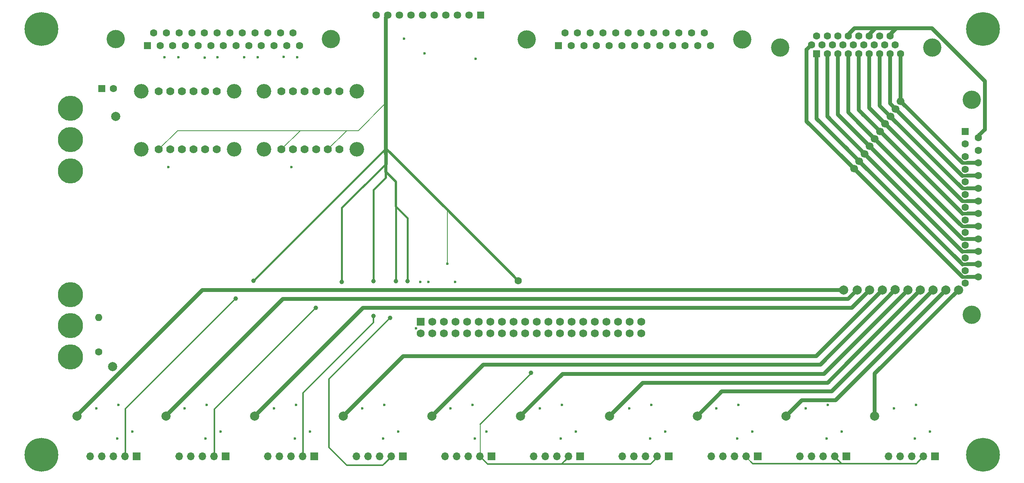
<source format=gbr>
%TF.GenerationSoftware,KiCad,Pcbnew,8.0.7*%
%TF.CreationDate,2025-03-17T18:41:30-07:00*%
%TF.ProjectId,launchController_noTemp,6c61756e-6368-4436-9f6e-74726f6c6c65,rev?*%
%TF.SameCoordinates,Original*%
%TF.FileFunction,Copper,L4,Bot*%
%TF.FilePolarity,Positive*%
%FSLAX46Y46*%
G04 Gerber Fmt 4.6, Leading zero omitted, Abs format (unit mm)*
G04 Created by KiCad (PCBNEW 8.0.7) date 2025-03-17 18:41:30*
%MOMM*%
%LPD*%
G01*
G04 APERTURE LIST*
%TA.AperFunction,ComponentPad*%
%ADD10R,1.700000X1.700000*%
%TD*%
%TA.AperFunction,ComponentPad*%
%ADD11O,1.700000X1.700000*%
%TD*%
%TA.AperFunction,ComponentPad*%
%ADD12C,5.500000*%
%TD*%
%TA.AperFunction,ComponentPad*%
%ADD13C,1.600000*%
%TD*%
%TA.AperFunction,ComponentPad*%
%ADD14O,1.600000X1.600000*%
%TD*%
%TA.AperFunction,ComponentPad*%
%ADD15C,7.400000*%
%TD*%
%TA.AperFunction,ComponentPad*%
%ADD16C,4.000000*%
%TD*%
%TA.AperFunction,ComponentPad*%
%ADD17R,1.600000X1.600000*%
%TD*%
%TA.AperFunction,ComponentPad*%
%ADD18R,1.635000X1.635000*%
%TD*%
%TA.AperFunction,ComponentPad*%
%ADD19C,1.635000*%
%TD*%
%TA.AperFunction,ComponentPad*%
%ADD20C,1.778000*%
%TD*%
%TA.AperFunction,ComponentPad*%
%ADD21C,3.200000*%
%TD*%
%TA.AperFunction,ComponentPad*%
%ADD22R,1.750000X1.750000*%
%TD*%
%TA.AperFunction,ComponentPad*%
%ADD23C,1.750000*%
%TD*%
%TA.AperFunction,ViaPad*%
%ADD24C,0.600000*%
%TD*%
%TA.AperFunction,ViaPad*%
%ADD25C,2.000000*%
%TD*%
%TA.AperFunction,ViaPad*%
%ADD26C,1.000000*%
%TD*%
%TA.AperFunction,ViaPad*%
%ADD27C,1.600000*%
%TD*%
%TA.AperFunction,ViaPad*%
%ADD28C,1.700000*%
%TD*%
%TA.AperFunction,Conductor*%
%ADD29C,0.800000*%
%TD*%
%TA.AperFunction,Conductor*%
%ADD30C,0.300000*%
%TD*%
%TA.AperFunction,Conductor*%
%ADD31C,0.850000*%
%TD*%
%TA.AperFunction,Conductor*%
%ADD32C,0.400000*%
%TD*%
%TA.AperFunction,Conductor*%
%ADD33C,0.500000*%
%TD*%
%TA.AperFunction,Conductor*%
%ADD34C,0.200000*%
%TD*%
%TA.AperFunction,Conductor*%
%ADD35C,0.600000*%
%TD*%
%TA.AperFunction,Conductor*%
%ADD36C,0.700000*%
%TD*%
%TA.AperFunction,Conductor*%
%ADD37C,0.760000*%
%TD*%
G04 APERTURE END LIST*
D10*
%TO.P,J2,1,Pin_1*%
%TO.N,/+24V_switched*%
X143281753Y-182500000D03*
D11*
%TO.P,J2,2,Pin_2*%
%TO.N,/+5V*%
X140741753Y-182500000D03*
%TO.P,J2,3,Pin_3*%
%TO.N,/GPIO 17*%
X138201753Y-182500000D03*
%TO.P,J2,4,Pin_4*%
%TO.N,GND*%
X135661753Y-182500000D03*
%TO.P,J2,5,Pin_5*%
%TO.N,/RelayOut2*%
X133121753Y-182500000D03*
%TD*%
D10*
%TO.P,J8,1,Pin_1*%
%TO.N,/+24V_switched*%
X259692271Y-182500000D03*
D11*
%TO.P,J8,2,Pin_2*%
%TO.N,/+5V*%
X257152271Y-182500000D03*
%TO.P,J8,3,Pin_3*%
%TO.N,/GPIO 5*%
X254612271Y-182500000D03*
%TO.P,J8,4,Pin_4*%
%TO.N,GND*%
X252072271Y-182500000D03*
%TO.P,J8,5,Pin_5*%
%TO.N,/RelayOut8*%
X249532271Y-182500000D03*
%TD*%
D12*
%TO.P,POWER1,1,Pin_1*%
%TO.N,/+24V*%
X109365000Y-106260000D03*
%TO.P,POWER1,2,Pin_2*%
%TO.N,GND*%
X109365000Y-113110000D03*
%TO.P,POWER1,3,Pin_3*%
X109365000Y-119960000D03*
%TD*%
D13*
%TO.P,C15,1*%
%TO.N,/+24V_switched*%
X115540000Y-159610000D03*
D14*
%TO.P,C15,2*%
%TO.N,GND*%
X115540000Y-152110000D03*
%TD*%
D10*
%TO.P,J6,1,Pin_1*%
%TO.N,/+24V_switched*%
X220888765Y-182500000D03*
D11*
%TO.P,J6,2,Pin_2*%
%TO.N,/+5V*%
X218348765Y-182500000D03*
%TO.P,J6,3,Pin_3*%
%TO.N,/GPIO 9*%
X215808765Y-182500000D03*
%TO.P,J6,4,Pin_4*%
%TO.N,GND*%
X213268765Y-182500000D03*
%TO.P,J6,5,Pin_5*%
%TO.N,/RelayOut6*%
X210728765Y-182500000D03*
%TD*%
D15*
%TO.P,H1,1,1*%
%TO.N,GND*%
X308990000Y-88910000D03*
%TD*%
D12*
%TO.P,RELAY_ARM1,1,Pin_1*%
%TO.N,/+24V*%
X109365000Y-147060000D03*
%TO.P,RELAY_ARM1,2,Pin_2*%
%TO.N,GND*%
X109365000Y-153910000D03*
%TO.P,RELAY_ARM1,3,Pin_3*%
%TO.N,/+24V_switched*%
X109365000Y-160760000D03*
%TD*%
D16*
%TO.P,J13,0*%
%TO.N,N/C*%
X297915000Y-92960000D03*
X264615000Y-92960000D03*
D17*
%TO.P,J13,1,Pin_1*%
%TO.N,/guarded_RelayOut9*%
X272640000Y-94380000D03*
D13*
%TO.P,J13,2,Pin_2*%
%TO.N,/guarded_RelayOut8*%
X274930000Y-94380000D03*
%TO.P,J13,3,Pin_3*%
%TO.N,/guarded_RelayOut7*%
X277220000Y-94380000D03*
%TO.P,J13,4,Pin_4*%
%TO.N,/guarded_RelayOut6*%
X279510000Y-94380000D03*
%TO.P,J13,5,Pin_5*%
%TO.N,/guarded_RelayOut5*%
X281800000Y-94380000D03*
%TO.P,J13,6,Pin_6*%
%TO.N,/guarded_RelayOut4*%
X284090000Y-94380000D03*
%TO.P,J13,7,Pin_7*%
%TO.N,/guarded_RelayOut3*%
X286380000Y-94380000D03*
%TO.P,J13,8,Pin_8*%
%TO.N,/guarded_RelayOut2*%
X288670000Y-94380000D03*
%TO.P,J13,9,Pin_9*%
%TO.N,/guarded_RelayOut1*%
X290960000Y-94380000D03*
%TO.P,J13,10,Pin_10*%
%TO.N,/guarded_RelayOut10*%
X271495000Y-92400000D03*
%TO.P,J13,11,Pin_11*%
%TO.N,GND*%
X273785000Y-92400000D03*
%TO.P,J13,12,Pin_12*%
X276075000Y-92400000D03*
%TO.P,J13,13,Pin_13*%
X278365000Y-92400000D03*
%TO.P,J13,14,Pin_14*%
X280655000Y-92400000D03*
%TO.P,J13,15,Pin_15*%
X282945000Y-92400000D03*
%TO.P,J13,16,Pin_16*%
X285235000Y-92400000D03*
%TO.P,J13,17,Pin_17*%
X287525000Y-92400000D03*
%TO.P,J13,18,Pin_18*%
X289815000Y-92400000D03*
%TO.P,J13,19,Pin_19*%
X272640000Y-90420000D03*
%TO.P,J13,20,Pin_20*%
X274930000Y-90420000D03*
%TO.P,J13,21,Pin_21*%
%TO.N,/PressureSwitch_in3*%
X277220000Y-90420000D03*
%TO.P,J13,22,Pin_22*%
%TO.N,/+24V_guarded*%
X279510000Y-90420000D03*
%TO.P,J13,23,Pin_23*%
%TO.N,/PressureSwitch_in2*%
X281800000Y-90420000D03*
%TO.P,J13,24,Pin_24*%
%TO.N,/+24V_guarded*%
X284090000Y-90420000D03*
%TO.P,J13,25,Pin_25*%
%TO.N,/PressureSwitch_in1*%
X286380000Y-90420000D03*
%TO.P,J13,26,Pin_26*%
%TO.N,/+24V_guarded*%
X288670000Y-90420000D03*
%TD*%
D10*
%TO.P,J5,1,Pin_1*%
%TO.N,/+24V_switched*%
X201487012Y-182500000D03*
D11*
%TO.P,J5,2,Pin_2*%
%TO.N,/+5V*%
X198947012Y-182500000D03*
%TO.P,J5,3,Pin_3*%
%TO.N,/GPIO 10*%
X196407012Y-182500000D03*
%TO.P,J5,4,Pin_4*%
%TO.N,GND*%
X193867012Y-182500000D03*
%TO.P,J5,5,Pin_5*%
%TO.N,/RelayOut5*%
X191327012Y-182500000D03*
%TD*%
D16*
%TO.P,J17,0*%
%TO.N,N/C*%
X166385000Y-91170331D03*
X119285000Y-91170331D03*
D17*
%TO.P,J17,1,1*%
%TO.N,GND*%
X126215000Y-92590331D03*
D13*
%TO.P,J17,2,2*%
%TO.N,/A8*%
X128985000Y-92590331D03*
%TO.P,J17,3,3*%
%TO.N,GND*%
X131755000Y-92590331D03*
%TO.P,J17,4,4*%
%TO.N,/A7*%
X134525000Y-92590331D03*
%TO.P,J17,5,5*%
%TO.N,/A6*%
X137295000Y-92590331D03*
%TO.P,J17,6,6*%
%TO.N,GND*%
X140065000Y-92590331D03*
%TO.P,J17,7,7*%
%TO.N,/A5*%
X142835000Y-92590331D03*
%TO.P,J17,8,8*%
%TO.N,/A4*%
X145605000Y-92590331D03*
%TO.P,J17,9,9*%
%TO.N,GND*%
X148375000Y-92590331D03*
%TO.P,J17,10,10*%
%TO.N,/A3*%
X151145000Y-92590331D03*
%TO.P,J17,11,11*%
%TO.N,/A2*%
X153915000Y-92590331D03*
%TO.P,J17,12,12*%
%TO.N,GND*%
X156685000Y-92590331D03*
%TO.P,J17,13,13*%
%TO.N,/A1*%
X159455000Y-92590331D03*
%TO.P,J17,14,P14*%
%TO.N,GND*%
X127600000Y-89750331D03*
%TO.P,J17,15,P15*%
%TO.N,/+5V*%
X130370000Y-89750331D03*
%TO.P,J17,16,P16*%
X133140000Y-89750331D03*
%TO.P,J17,17,P17*%
%TO.N,GND*%
X135910000Y-89750331D03*
%TO.P,J17,18,P18*%
%TO.N,/+5V*%
X138680000Y-89750331D03*
%TO.P,J17,19,P19*%
X141450000Y-89750331D03*
%TO.P,J17,20,P20*%
%TO.N,GND*%
X144220000Y-89750331D03*
%TO.P,J17,21,P21*%
%TO.N,/+5V*%
X146990000Y-89750331D03*
%TO.P,J17,22,P22*%
X149760000Y-89750331D03*
%TO.P,J17,23,P23*%
%TO.N,GND*%
X152530000Y-89750331D03*
%TO.P,J17,24,P24*%
%TO.N,/+5V*%
X155300000Y-89750331D03*
%TO.P,J17,25,P25*%
X158070000Y-89750331D03*
%TD*%
D18*
%TO.P,J12,1,Pin_1*%
%TO.N,GND*%
X199110000Y-85920000D03*
D19*
%TO.P,J12,2,Pin_2*%
X196570000Y-85920000D03*
%TO.P,J12,3,Pin_3*%
X194030000Y-85920000D03*
%TO.P,J12,4,Pin_4*%
X191490000Y-85920000D03*
%TO.P,J12,5,Pin_5*%
X188950000Y-85920000D03*
%TO.P,J12,6,Pin_6*%
X186410000Y-85920000D03*
%TO.P,J12,7,Pin_7*%
X183870000Y-85920000D03*
%TO.P,J12,8,Pin_8*%
X181330000Y-85920000D03*
%TO.P,J12,9,Pin_9*%
%TO.N,/+5V*%
X178790000Y-85920000D03*
%TO.P,J12,10,Pin_10*%
%TO.N,/+24V*%
X176250000Y-85920000D03*
%TD*%
D17*
%TO.P,C1,1*%
%TO.N,/+24V*%
X116257621Y-101960000D03*
D13*
%TO.P,C1,2*%
%TO.N,GND*%
X118757621Y-101960000D03*
%TD*%
D20*
%TO.P,U2,1,Vin*%
%TO.N,/+5V*%
X128693000Y-115247000D03*
%TO.P,U2,2,GND*%
%TO.N,GND*%
X131233000Y-115247000D03*
%TO.P,U2,3,SCL*%
%TO.N,/SCLB*%
X133773000Y-115247000D03*
%TO.P,U2,4,SDA*%
%TO.N,/SDAB*%
X136313000Y-115247000D03*
%TO.P,U2,5,ADDR*%
%TO.N,GND*%
X138853000Y-115247000D03*
%TO.P,U2,6,ALERT/RDY*%
%TO.N,unconnected-(U2-ALERT{slash}RDY-Pad6)*%
X141393000Y-115247000D03*
%TO.P,U2,7,A+*%
%TO.N,unconnected-(U2-A+-Pad7)*%
X128693000Y-102547000D03*
%TO.P,U2,8,AIN3*%
%TO.N,/A8*%
X131233000Y-102547000D03*
%TO.P,U2,9,AIN2*%
%TO.N,/A7*%
X133773000Y-102547000D03*
%TO.P,U2,10,AIN1*%
%TO.N,/A6*%
X136313000Y-102547000D03*
%TO.P,U2,11,AIN0*%
%TO.N,/A5*%
X138853000Y-102547000D03*
%TO.P,U2,12,A-*%
%TO.N,unconnected-(U2-A--Pad12)*%
X141393000Y-102547000D03*
D21*
%TO.P,U2,P$1*%
%TO.N,N/C*%
X124883000Y-102547000D03*
X124883000Y-115247000D03*
X145203000Y-102547000D03*
X145203000Y-115247000D03*
%TD*%
D15*
%TO.P,H4,1,1*%
%TO.N,GND*%
X102990000Y-182110000D03*
%TD*%
%TO.P,H3,1,1*%
%TO.N,GND*%
X102990000Y-88910000D03*
%TD*%
D10*
%TO.P,J9,1,Pin_1*%
%TO.N,/+24V_switched*%
X279094024Y-182500000D03*
D11*
%TO.P,J9,2,Pin_2*%
%TO.N,/+5V*%
X276554024Y-182500000D03*
%TO.P,J9,3,Pin_3*%
%TO.N,/GPIO 6*%
X274014024Y-182500000D03*
%TO.P,J9,4,Pin_4*%
%TO.N,GND*%
X271474024Y-182500000D03*
%TO.P,J9,5,Pin_5*%
%TO.N,/RelayOut9*%
X268934024Y-182500000D03*
%TD*%
D16*
%TO.P,J16,0*%
%TO.N,N/C*%
X256325000Y-91180000D03*
X209225000Y-91180000D03*
D17*
%TO.P,J16,1,1*%
%TO.N,GND*%
X216155000Y-92600000D03*
D13*
%TO.P,J16,2,2*%
X218925000Y-92600000D03*
%TO.P,J16,3,3*%
X221695000Y-92600000D03*
%TO.P,J16,4,4*%
%TO.N,Net-(J16-Pad4)*%
X224465000Y-92600000D03*
%TO.P,J16,5,5*%
%TO.N,Net-(J16-Pad5)*%
X227235000Y-92600000D03*
%TO.P,J16,6,6*%
%TO.N,Net-(J16-Pad6)*%
X230005000Y-92600000D03*
%TO.P,J16,7,7*%
%TO.N,Net-(J16-Pad7)*%
X232775000Y-92600000D03*
%TO.P,J16,8,8*%
%TO.N,Net-(J16-Pad8)*%
X235545000Y-92600000D03*
%TO.P,J16,9,9*%
%TO.N,Net-(J16-Pad9)*%
X238315000Y-92600000D03*
%TO.P,J16,10,10*%
%TO.N,Net-(J16-Pad10)*%
X241085000Y-92600000D03*
%TO.P,J16,11,11*%
%TO.N,Net-(J16-Pad11)*%
X243855000Y-92600000D03*
%TO.P,J16,12,12*%
%TO.N,Net-(J16-Pad12)*%
X246625000Y-92600000D03*
%TO.P,J16,13,13*%
%TO.N,Net-(J16-Pad13)*%
X249395000Y-92600000D03*
%TO.P,J16,14,P14*%
%TO.N,GND*%
X217540000Y-89760000D03*
%TO.P,J16,15,P15*%
X220310000Y-89760000D03*
%TO.P,J16,16,P16*%
X223080000Y-89760000D03*
%TO.P,J16,17,P17*%
X225850000Y-89760000D03*
%TO.P,J16,18,P18*%
X228620000Y-89760000D03*
%TO.P,J16,19,P19*%
X231390000Y-89760000D03*
%TO.P,J16,20,P20*%
X234160000Y-89760000D03*
%TO.P,J16,21,P21*%
X236930000Y-89760000D03*
%TO.P,J16,22,P22*%
X239700000Y-89760000D03*
%TO.P,J16,23,P23*%
X242470000Y-89760000D03*
%TO.P,J16,24,P24*%
X245240000Y-89760000D03*
%TO.P,J16,25,P25*%
X248010000Y-89760000D03*
%TD*%
D20*
%TO.P,U1,1,Vin*%
%TO.N,/+5V*%
X155540000Y-115260000D03*
%TO.P,U1,2,GND*%
%TO.N,GND*%
X158080000Y-115260000D03*
%TO.P,U1,3,SCL*%
%TO.N,/SCLB*%
X160620000Y-115260000D03*
%TO.P,U1,4,SDA*%
%TO.N,/SDAB*%
X163160000Y-115260000D03*
%TO.P,U1,5,ADDR*%
%TO.N,/+5V*%
X165700000Y-115260000D03*
%TO.P,U1,6,ALERT/RDY*%
%TO.N,unconnected-(U1-ALERT{slash}RDY-Pad6)*%
X168240000Y-115260000D03*
%TO.P,U1,7,A+*%
%TO.N,unconnected-(U1-A+-Pad7)*%
X155540000Y-102560000D03*
%TO.P,U1,8,AIN3*%
%TO.N,/A4*%
X158080000Y-102560000D03*
%TO.P,U1,9,AIN2*%
%TO.N,/A3*%
X160620000Y-102560000D03*
%TO.P,U1,10,AIN1*%
%TO.N,/A2*%
X163160000Y-102560000D03*
%TO.P,U1,11,AIN0*%
%TO.N,/A1*%
X165700000Y-102560000D03*
%TO.P,U1,12,A-*%
%TO.N,unconnected-(U1-A--Pad12)*%
X168240000Y-102560000D03*
D21*
%TO.P,U1,P$1*%
%TO.N,N/C*%
X151730000Y-102560000D03*
X151730000Y-115260000D03*
X172050000Y-102560000D03*
X172050000Y-115260000D03*
%TD*%
D10*
%TO.P,J1,1,Pin_1*%
%TO.N,/+24V_switched*%
X123880000Y-182500000D03*
D11*
%TO.P,J1,2,Pin_2*%
%TO.N,/+5V*%
X121340000Y-182500000D03*
%TO.P,J1,3,Pin_3*%
%TO.N,/GPIO 4*%
X118800000Y-182500000D03*
%TO.P,J1,4,Pin_4*%
%TO.N,GND*%
X116260000Y-182500000D03*
%TO.P,J1,5,Pin_5*%
%TO.N,/RelayOut1*%
X113720000Y-182500000D03*
%TD*%
D10*
%TO.P,J10,1,Pin_1*%
%TO.N,/+24V_switched*%
X298495777Y-182500000D03*
D11*
%TO.P,J10,2,Pin_2*%
%TO.N,/+5V*%
X295955777Y-182500000D03*
%TO.P,J10,3,Pin_3*%
%TO.N,/GPIO 13*%
X293415777Y-182500000D03*
%TO.P,J10,4,Pin_4*%
%TO.N,GND*%
X290875777Y-182500000D03*
%TO.P,J10,5,Pin_5*%
%TO.N,/RelayOut10*%
X288335777Y-182500000D03*
%TD*%
D15*
%TO.P,H2,1,1*%
%TO.N,GND*%
X308990000Y-182110000D03*
%TD*%
D16*
%TO.P,J14,0*%
%TO.N,N/C*%
X306529669Y-151505000D03*
X306529669Y-104405000D03*
D17*
%TO.P,J14,1,1*%
%TO.N,GND*%
X305109669Y-111335000D03*
D13*
%TO.P,J14,2,2*%
%TO.N,/PressureSwitch_in1*%
X305109669Y-114105000D03*
%TO.P,J14,3,3*%
%TO.N,/PressureSwitch_in2*%
X305109669Y-116875000D03*
%TO.P,J14,4,4*%
%TO.N,/RelayOut1*%
X305109669Y-119645000D03*
%TO.P,J14,5,5*%
%TO.N,/RelayOut2*%
X305109669Y-122415000D03*
%TO.P,J14,6,6*%
%TO.N,/RelayOut3*%
X305109669Y-125185000D03*
%TO.P,J14,7,7*%
%TO.N,/RelayOut4*%
X305109669Y-127955000D03*
%TO.P,J14,8,8*%
%TO.N,/RelayOut5*%
X305109669Y-130725000D03*
%TO.P,J14,9,9*%
%TO.N,/RelayOut6*%
X305109669Y-133495000D03*
%TO.P,J14,10,10*%
%TO.N,/RelayOut7*%
X305109669Y-136265000D03*
%TO.P,J14,11,11*%
%TO.N,/RelayOut8*%
X305109669Y-139035000D03*
%TO.P,J14,12,12*%
%TO.N,/RelayOut9*%
X305109669Y-141805000D03*
%TO.P,J14,13,13*%
%TO.N,/RelayOut10*%
X305109669Y-144575000D03*
%TO.P,J14,14,P14*%
%TO.N,/+24V_guarded*%
X307949669Y-112720000D03*
%TO.P,J14,15,P15*%
%TO.N,/PressureSwitch_in3*%
X307949669Y-115490000D03*
%TO.P,J14,16,P16*%
%TO.N,/guarded_RelayOut1*%
X307949669Y-118260000D03*
%TO.P,J14,17,P17*%
%TO.N,/guarded_RelayOut2*%
X307949669Y-121030000D03*
%TO.P,J14,18,P18*%
%TO.N,/guarded_RelayOut3*%
X307949669Y-123800000D03*
%TO.P,J14,19,P19*%
%TO.N,/guarded_RelayOut4*%
X307949669Y-126570000D03*
%TO.P,J14,20,P20*%
%TO.N,/guarded_RelayOut5*%
X307949669Y-129340000D03*
%TO.P,J14,21,P21*%
%TO.N,/guarded_RelayOut6*%
X307949669Y-132110000D03*
%TO.P,J14,22,P22*%
%TO.N,/guarded_RelayOut7*%
X307949669Y-134880000D03*
%TO.P,J14,23,P23*%
%TO.N,/guarded_RelayOut8*%
X307949669Y-137650000D03*
%TO.P,J14,24,P24*%
%TO.N,/guarded_RelayOut9*%
X307949669Y-140420000D03*
%TO.P,J14,25,P25*%
%TO.N,/guarded_RelayOut10*%
X307949669Y-143190000D03*
%TD*%
D10*
%TO.P,J4,1,Pin_1*%
%TO.N,/+24V_switched*%
X182085259Y-182500000D03*
D11*
%TO.P,J4,2,Pin_2*%
%TO.N,/+5V*%
X179545259Y-182500000D03*
%TO.P,J4,3,Pin_3*%
%TO.N,/GPIO 22*%
X177005259Y-182500000D03*
%TO.P,J4,4,Pin_4*%
%TO.N,GND*%
X174465259Y-182500000D03*
%TO.P,J4,5,Pin_5*%
%TO.N,/RelayOut4*%
X171925259Y-182500000D03*
%TD*%
D10*
%TO.P,J7,1,Pin_1*%
%TO.N,/+24V_switched*%
X240290518Y-182500000D03*
D11*
%TO.P,J7,2,Pin_2*%
%TO.N,/+5V*%
X237750518Y-182500000D03*
%TO.P,J7,3,Pin_3*%
%TO.N,/GPIO 11*%
X235210518Y-182500000D03*
%TO.P,J7,4,Pin_4*%
%TO.N,GND*%
X232670518Y-182500000D03*
%TO.P,J7,5,Pin_5*%
%TO.N,/RelayOut7*%
X230130518Y-182500000D03*
%TD*%
D22*
%TO.P,J11,1,3V3*%
%TO.N,/+3.3V*%
X186010000Y-152990000D03*
D23*
%TO.P,J11,2,5V*%
%TO.N,/+5V*%
X186010000Y-155530000D03*
%TO.P,J11,3,SDA_I2C1/GPIO02*%
%TO.N,/SDAA*%
X188550000Y-152990000D03*
%TO.P,J11,4,5V*%
%TO.N,/+5V*%
X188550000Y-155530000D03*
%TO.P,J11,5,SCL_I2C1/GPIO03*%
%TO.N,/SCLA*%
X191090000Y-152990000D03*
%TO.P,J11,6,GND*%
%TO.N,GND*%
X191090000Y-155530000D03*
%TO.P,J11,7,GPCLK0/GPIO04*%
%TO.N,/GPIO 4*%
X193630000Y-152990000D03*
%TO.P,J11,8,GPIO14/UART_TXD*%
%TO.N,unconnected-(J11-GPIO14{slash}UART_TXD-Pad8)*%
X193630000Y-155530000D03*
%TO.P,J11,9,GND*%
%TO.N,GND*%
X196170000Y-152990000D03*
%TO.P,J11,10,GPIO15/UART_RXD*%
%TO.N,unconnected-(J11-GPIO15{slash}UART_RXD-Pad10)*%
X196170000Y-155530000D03*
%TO.P,J11,11,GPIO17/SPI1_~{CE1}*%
%TO.N,/GPIO 17*%
X198710000Y-152990000D03*
%TO.P,J11,12,GPIO18/SPI1_~{CE0}/PCM_CLK/PWM0*%
%TO.N,unconnected-(J11-GPIO18{slash}SPI1_~{CE0}{slash}PCM_CLK{slash}PWM0-Pad12)*%
X198710000Y-155530000D03*
%TO.P,J11,13,GPIO27/SDIO_DAT3*%
%TO.N,/GPIO 27*%
X201250000Y-152990000D03*
%TO.P,J11,14,GND*%
%TO.N,GND*%
X201250000Y-155530000D03*
%TO.P,J11,15,GPIO22/SDIO_CLK*%
%TO.N,/GPIO 22*%
X203790000Y-152990000D03*
%TO.P,J11,16,GPIO23/SDIO_CMD*%
%TO.N,unconnected-(J11-GPIO23{slash}SDIO_CMD-Pad16)*%
X203790000Y-155530000D03*
%TO.P,J11,17,3V3*%
%TO.N,/+3.3V*%
X206330000Y-152990000D03*
%TO.P,J11,18,GPIO24/SDIO_DAT0*%
%TO.N,unconnected-(J11-GPIO24{slash}SDIO_DAT0-Pad18)*%
X206330000Y-155530000D03*
%TO.P,J11,19,MOSI_SPI0/GPIO10*%
%TO.N,/GPIO 10*%
X208870000Y-152990000D03*
%TO.P,J11,20,GND*%
%TO.N,GND*%
X208870000Y-155530000D03*
%TO.P,J11,21,MISO_SPI0/GPIO09*%
%TO.N,/GPIO 9*%
X211410000Y-152990000D03*
%TO.P,J11,22,GPIO25/SDIO_DAT1*%
%TO.N,unconnected-(J11-GPIO25{slash}SDIO_DAT1-Pad22)*%
X211410000Y-155530000D03*
%TO.P,J11,23,SCLK_SPI0/GPIO11*%
%TO.N,/GPIO 11*%
X213950000Y-152990000D03*
%TO.P,J11,24,~{CE0}_SPI0/GPIO08*%
%TO.N,unconnected-(J11-~{CE0}_SPI0{slash}GPIO08-Pad24)*%
X213950000Y-155530000D03*
%TO.P,J11,25,GND*%
%TO.N,GND*%
X216490000Y-152990000D03*
%TO.P,J11,26,~{CE1}_SPI0/GPIO07*%
%TO.N,unconnected-(J11-~{CE1}_SPI0{slash}GPIO07-Pad26)*%
X216490000Y-155530000D03*
%TO.P,J11,27,ID_SD_I2C0/GPIO00*%
%TO.N,unconnected-(J11-ID_SD_I2C0{slash}GPIO00-Pad27)*%
X219030000Y-152990000D03*
%TO.P,J11,28,ID_SC_I2C0/GPIO01*%
%TO.N,unconnected-(J11-ID_SC_I2C0{slash}GPIO01-Pad28)*%
X219030000Y-155530000D03*
%TO.P,J11,29,GPCLK1/GPIO05*%
%TO.N,/GPIO 5*%
X221570000Y-152990000D03*
%TO.P,J11,30,GND*%
%TO.N,GND*%
X221570000Y-155530000D03*
%TO.P,J11,31,GPCLK2/GPIO06*%
%TO.N,/GPIO 6*%
X224110000Y-152990000D03*
%TO.P,J11,32,GPIO12/PWM0*%
%TO.N,unconnected-(J11-GPIO12{slash}PWM0-Pad32)*%
X224110000Y-155530000D03*
%TO.P,J11,33,GPIO13/PWM1*%
%TO.N,/GPIO 13*%
X226650000Y-152990000D03*
%TO.P,J11,34,GND*%
%TO.N,GND*%
X226650000Y-155530000D03*
%TO.P,J11,35,GPIO19/SPI1_MISO/PCM_FS*%
%TO.N,unconnected-(J11-GPIO19{slash}SPI1_MISO{slash}PCM_FS-Pad35)*%
X229190000Y-152990000D03*
%TO.P,J11,36,GPIO16/SPI1_~{CE2}*%
%TO.N,unconnected-(J11-GPIO16{slash}SPI1_~{CE2}-Pad36)*%
X229190000Y-155530000D03*
%TO.P,J11,37,GPIO26/SDIO_DAT2*%
%TO.N,unconnected-(J11-GPIO26{slash}SDIO_DAT2-Pad37)*%
X231730000Y-152990000D03*
%TO.P,J11,38,GPIO20/SPI1_MOSI/PCM_DIN/PWM1*%
%TO.N,unconnected-(J11-GPIO20{slash}SPI1_MOSI{slash}PCM_DIN{slash}PWM1-Pad38)*%
X231730000Y-155530000D03*
%TO.P,J11,39,GND*%
%TO.N,GND*%
X234270000Y-152990000D03*
%TO.P,J11,40,GPIO21/SPI1_SCLK/PCM_DOUT*%
%TO.N,unconnected-(J11-GPIO21{slash}SPI1_SCLK{slash}PCM_DOUT-Pad40)*%
X234270000Y-155530000D03*
%TD*%
D10*
%TO.P,J3,1,Pin_1*%
%TO.N,/+24V_switched*%
X162683506Y-182500000D03*
D11*
%TO.P,J3,2,Pin_2*%
%TO.N,/+5V*%
X160143506Y-182500000D03*
%TO.P,J3,3,Pin_3*%
%TO.N,/GPIO 27*%
X157603506Y-182500000D03*
%TO.P,J3,4,Pin_4*%
%TO.N,GND*%
X155063506Y-182500000D03*
%TO.P,J3,5,Pin_5*%
%TO.N,/RelayOut3*%
X152523506Y-182500000D03*
%TD*%
D24*
%TO.N,GND*%
X197981322Y-95426111D03*
X186843857Y-94281138D03*
X182368053Y-91019700D03*
X158948613Y-95068237D03*
X156051171Y-95045302D03*
X150365675Y-95122088D03*
X147396117Y-95098706D03*
X141565781Y-95143521D03*
X138750350Y-95154693D03*
X132973550Y-95112303D03*
X129916685Y-95112303D03*
D25*
X118618000Y-162814000D03*
X119272206Y-108057793D03*
D24*
X157734000Y-119126000D03*
X130810000Y-119126000D03*
X193548000Y-144272000D03*
X187706000Y-144272000D03*
X185928000Y-144272000D03*
X294386000Y-171196000D03*
X289560000Y-171958000D03*
X294132000Y-178562000D03*
X297434000Y-177038000D03*
X275082000Y-171196000D03*
X270256000Y-171958000D03*
X274828000Y-178562000D03*
X278130000Y-177038000D03*
X255524000Y-171196000D03*
X250698000Y-171958000D03*
X255270000Y-178562000D03*
X258572000Y-177038000D03*
X236474000Y-171196000D03*
X231648000Y-171958000D03*
X236220000Y-178562000D03*
X239522000Y-177038000D03*
X216916000Y-171196000D03*
X212090000Y-171958000D03*
X216662000Y-178562000D03*
X219964000Y-177038000D03*
X197358000Y-171196000D03*
X192532000Y-171958000D03*
X197866000Y-178562000D03*
X200406000Y-177038000D03*
X178054000Y-171196000D03*
X173228000Y-171958000D03*
X177800000Y-178562000D03*
X181102000Y-177038000D03*
X158750000Y-171196000D03*
X153924000Y-171958000D03*
X158496000Y-178562000D03*
X161798000Y-177038000D03*
X139192000Y-171196000D03*
X138938000Y-178562000D03*
X134366000Y-171958000D03*
X142240000Y-177038000D03*
X122936000Y-177038000D03*
X119634000Y-178562000D03*
X119888000Y-171196000D03*
X115062000Y-171958000D03*
X184940000Y-154460000D03*
D26*
%TO.N,/+5V*%
X180540000Y-144160000D03*
X179324000Y-152146000D03*
X149440000Y-144060000D03*
X183140000Y-144160000D03*
X145540000Y-147960000D03*
X175640000Y-144160000D03*
D24*
X191850500Y-140288500D03*
D26*
X175640000Y-151760000D03*
X210140000Y-164170000D03*
X163040000Y-149960000D03*
D27*
X207340000Y-144060000D03*
D26*
X168740000Y-144260000D03*
D25*
%TO.N,/RelayOut1*%
X278540000Y-146060000D03*
X110806464Y-173660000D03*
%TO.N,/RelayOut2*%
X130290000Y-173660000D03*
X281452335Y-146072335D03*
%TO.N,/RelayOut3*%
X284237335Y-146057334D03*
X149630458Y-173660000D03*
%TO.N,/RelayOut4*%
X287022335Y-146042334D03*
X169042455Y-173660000D03*
%TO.N,/RelayOut5*%
X188454452Y-173660000D03*
X289807335Y-146027335D03*
%TO.N,/RelayOut6*%
X292542335Y-146062335D03*
X207866449Y-173660000D03*
%TO.N,/RelayOut7*%
X227278446Y-173660000D03*
X295268222Y-146097335D03*
%TO.N,/RelayOut8*%
X246499967Y-173660000D03*
X298056259Y-146082335D03*
%TO.N,/RelayOut9*%
X300844296Y-146067335D03*
X265911964Y-173660000D03*
%TO.N,/RelayOut10*%
X303632334Y-146052334D03*
X285323961Y-173660000D03*
D28*
%TO.N,/guarded_RelayOut8*%
X283064707Y-116235293D03*
%TO.N,/guarded_RelayOut9*%
X281929707Y-117870293D03*
%TO.N,/guarded_RelayOut4*%
X287604707Y-109695293D03*
%TO.N,/guarded_RelayOut1*%
X291009707Y-104790293D03*
%TO.N,/guarded_RelayOut10*%
X280794707Y-119505293D03*
%TO.N,/guarded_RelayOut3*%
X288739707Y-108060293D03*
%TO.N,/guarded_RelayOut2*%
X289874707Y-106425293D03*
%TO.N,/guarded_RelayOut7*%
X284199707Y-114600293D03*
%TO.N,/guarded_RelayOut6*%
X285334707Y-112965293D03*
%TO.N,/guarded_RelayOut5*%
X286469707Y-111330293D03*
%TD*%
D29*
%TO.N,/+5V*%
X178340000Y-118460000D02*
X178340000Y-116260000D01*
D30*
X295923224Y-182550000D02*
X294413224Y-184060000D01*
D31*
X178340000Y-86370000D02*
X178790000Y-85920000D01*
D32*
X180540000Y-127760000D02*
X183140000Y-130360000D01*
X175640000Y-124160000D02*
X178340000Y-121460000D01*
D30*
X217300000Y-183700000D02*
X216840000Y-184160000D01*
D33*
X178340000Y-121460000D02*
X178340000Y-120160000D01*
D30*
X217315712Y-183700000D02*
X218465712Y-182550000D01*
X140817724Y-172182276D02*
X163040000Y-149960000D01*
D34*
X191850500Y-131144500D02*
X191850500Y-128570500D01*
D30*
X165940000Y-180560000D02*
X169840000Y-184460000D01*
D34*
X145540000Y-147960000D02*
X145440000Y-148060000D01*
X132780000Y-111160000D02*
X159840000Y-111160000D01*
X172340000Y-111160000D02*
X178140000Y-105360000D01*
D30*
X140817724Y-182550000D02*
X140817724Y-172182276D01*
D32*
X177190000Y-116310000D02*
X177990000Y-115510000D01*
D35*
X178340000Y-115060000D02*
X191533000Y-128253000D01*
D30*
X191850500Y-128570500D02*
X191533000Y-128253000D01*
X210140000Y-164360000D02*
X210140000Y-164170000D01*
D35*
X191533000Y-128253000D02*
X207340000Y-144060000D01*
D34*
X159640000Y-111160000D02*
X159840000Y-111160000D01*
D32*
X168740000Y-128060000D02*
X178340000Y-118460000D01*
X149440000Y-144060000D02*
X177190000Y-116310000D01*
X183140000Y-130360000D02*
X183140000Y-144160000D01*
D34*
X175540000Y-153260000D02*
X175640000Y-153160000D01*
D30*
X217315712Y-183700000D02*
X217300000Y-183700000D01*
D34*
X128693000Y-115247000D02*
X132780000Y-111160000D01*
D30*
X175640000Y-153160000D02*
X175640000Y-151660000D01*
X278021227Y-184060000D02*
X277661227Y-183700000D01*
X179324000Y-152146000D02*
X165940000Y-165530000D01*
D34*
X169800000Y-111160000D02*
X171340000Y-111160000D01*
D35*
X178340000Y-116260000D02*
X178340000Y-115860000D01*
D30*
X277661227Y-183700000D02*
X276511227Y-182550000D01*
D36*
X178340000Y-120160000D02*
X178340000Y-118460000D01*
D33*
X178340000Y-120160000D02*
X180540000Y-122360000D01*
D30*
X169840000Y-184460000D02*
X177731718Y-184460000D01*
D34*
X191850500Y-131144500D02*
X191850500Y-140288500D01*
D30*
X258609230Y-184060000D02*
X278140000Y-184060000D01*
D31*
X178340000Y-116260000D02*
X178340000Y-86370000D01*
D30*
X199053715Y-182550000D02*
X200663715Y-184160000D01*
X236267709Y-184160000D02*
X237877709Y-182550000D01*
D32*
X175640000Y-144160000D02*
X175640000Y-124160000D01*
D34*
X159840000Y-111160000D02*
X171340000Y-111160000D01*
D33*
X180540000Y-122360000D02*
X180540000Y-127760000D01*
D34*
X155540000Y-115260000D02*
X159640000Y-111160000D01*
D30*
X258249230Y-183700000D02*
X258609230Y-184060000D01*
X199053715Y-175446285D02*
X210140000Y-164360000D01*
X278140000Y-184060000D02*
X278021227Y-184060000D01*
X121405727Y-182550000D02*
X121405727Y-172094273D01*
D34*
X171340000Y-111160000D02*
X172340000Y-111160000D01*
D30*
X165940000Y-165530000D02*
X165940000Y-180560000D01*
D34*
X165700000Y-115260000D02*
X169800000Y-111160000D01*
X178140000Y-115360000D02*
X177990000Y-115510000D01*
X175640000Y-151660000D02*
X175640000Y-151760000D01*
X258249230Y-183700000D02*
X257099230Y-182550000D01*
D30*
X216840000Y-184160000D02*
X236267709Y-184160000D01*
X200663715Y-184160000D02*
X216840000Y-184160000D01*
X177731718Y-184460000D02*
X179641718Y-182550000D01*
X294413224Y-184060000D02*
X278140000Y-184060000D01*
D34*
X199053715Y-182550000D02*
X199053715Y-175446285D01*
D32*
X180540000Y-144160000D02*
X180540000Y-127760000D01*
X177190000Y-116310000D02*
X178140000Y-115360000D01*
X168740000Y-144260000D02*
X168740000Y-128060000D01*
D30*
X121405727Y-172094273D02*
X145540000Y-147960000D01*
X160229721Y-182550000D02*
X160229721Y-168570279D01*
X160229721Y-168570279D02*
X175540000Y-153260000D01*
D31*
%TO.N,/RelayOut1*%
X138240000Y-146060000D02*
X278540000Y-146060000D01*
X138240000Y-146060000D02*
X110806464Y-173493536D01*
X110806464Y-173493536D02*
X110806464Y-173660000D01*
%TO.N,/RelayOut2*%
X279464669Y-148060000D02*
X281452334Y-146072335D01*
X155840000Y-148060000D02*
X130290000Y-173610000D01*
X130290000Y-173610000D02*
X130290000Y-173660000D01*
X155840000Y-148060000D02*
X279464669Y-148060000D01*
%TO.N,/RelayOut3*%
X280340000Y-149954669D02*
X173335789Y-149954669D01*
X173335789Y-149954669D02*
X149630458Y-173660000D01*
X284237334Y-146057335D02*
X280340000Y-149954669D01*
%TO.N,/RelayOut4*%
X183640000Y-160560000D02*
X272504669Y-160560000D01*
X169042455Y-173660000D02*
X182142455Y-160560000D01*
X272504669Y-160560000D02*
X287022335Y-146042334D01*
X182142455Y-160560000D02*
X183640000Y-160560000D01*
%TO.N,/RelayOut5*%
X188454894Y-173660000D02*
X199687559Y-162427335D01*
X199687559Y-162427335D02*
X202640000Y-162427335D01*
X188454452Y-173660000D02*
X188454894Y-173660000D01*
X273407335Y-162427335D02*
X289807335Y-146027335D01*
X202640000Y-162427335D02*
X273407335Y-162427335D01*
%TO.N,/RelayOut6*%
X274192335Y-164412335D02*
X292542335Y-146062335D01*
X217087665Y-164412335D02*
X274192335Y-164412335D01*
X207866449Y-173660000D02*
X207866449Y-173633551D01*
X207866449Y-173633551D02*
X217087665Y-164412335D01*
%TO.N,/RelayOut7*%
X279314669Y-162085331D02*
X279314669Y-162060000D01*
X227278446Y-173660000D02*
X227279011Y-173660000D01*
X234579011Y-166360000D02*
X236240000Y-166360000D01*
X275040000Y-166360000D02*
X279314669Y-162085331D01*
X227279011Y-173660000D02*
X234579011Y-166360000D01*
X279314669Y-162060000D02*
X295277335Y-146097335D01*
X236240000Y-166360000D02*
X275040000Y-166360000D01*
%TO.N,/RelayOut8*%
X251886259Y-168272484D02*
X252940000Y-168272484D01*
X246499967Y-173660000D02*
X246499967Y-173658776D01*
X246499967Y-173658776D02*
X251886259Y-168272484D01*
X275872185Y-168272484D02*
X252940000Y-168272484D01*
X298062335Y-146082335D02*
X275872185Y-168272484D01*
%TO.N,/RelayOut9*%
X276736187Y-170178482D02*
X300847335Y-146067335D01*
X269393482Y-170178482D02*
X270540000Y-170178482D01*
X265911964Y-173660000D02*
X269393482Y-170178482D01*
X270540000Y-170178482D02*
X276736187Y-170178482D01*
%TO.N,/RelayOut10*%
X285323961Y-173660000D02*
X285323961Y-164360708D01*
X285323961Y-164360708D02*
X303632334Y-146052335D01*
%TO.N,/guarded_RelayOut8*%
X274930000Y-108100586D02*
X283114707Y-116285293D01*
X274930000Y-94380000D02*
X274930000Y-108100586D01*
X283114707Y-116285293D02*
X303114707Y-136285293D01*
D37*
X305547020Y-137648144D02*
X304486434Y-137648144D01*
D31*
X307956689Y-137648144D02*
X305547020Y-137648144D01*
X303114707Y-136285293D02*
X304519414Y-137690000D01*
%TO.N,/guarded_RelayOut9*%
X303979707Y-139920293D02*
X304519414Y-140460000D01*
X272640000Y-108580586D02*
X279179707Y-115120293D01*
D37*
X305540000Y-140420000D02*
X304479414Y-140420000D01*
D34*
X304479414Y-140420000D02*
X303979707Y-139920293D01*
D31*
X272640000Y-94380000D02*
X272640000Y-108580586D01*
X282029707Y-117970293D02*
X303979707Y-139920293D01*
X279179707Y-115120293D02*
X282029707Y-117970293D01*
X307949669Y-140420000D02*
X305540000Y-140420000D01*
%TO.N,/guarded_RelayOut4*%
X287754707Y-109845293D02*
X303904707Y-125995293D01*
X284090000Y-94380000D02*
X284090000Y-106180586D01*
X284090000Y-106180586D02*
X287754707Y-109845293D01*
X303904707Y-125995293D02*
X304519414Y-126610000D01*
D37*
X305549625Y-126569640D02*
X304489039Y-126569640D01*
D31*
X307959294Y-126569640D02*
X305549625Y-126569640D01*
D36*
X304479414Y-126570000D02*
X303904707Y-125995293D01*
D31*
%TO.N,/guarded_RelayOut1*%
X290960000Y-104740586D02*
X291009707Y-104790293D01*
D37*
X305535165Y-118260000D02*
X304474579Y-118260000D01*
D31*
X290960000Y-99380000D02*
X290960000Y-104740586D01*
X290960000Y-94380000D02*
X290960000Y-99380000D01*
X307944834Y-118260000D02*
X305535165Y-118260000D01*
X291009707Y-104790293D02*
X304479414Y-118260000D01*
%TO.N,/guarded_RelayOut10*%
X280794707Y-119505293D02*
X304519414Y-143230000D01*
D37*
X305503645Y-143192148D02*
X304443059Y-143192148D01*
D31*
X270440000Y-93455000D02*
X270440000Y-109150586D01*
X307913314Y-143192148D02*
X305503645Y-143192148D01*
X270440000Y-109150586D02*
X278244707Y-116955293D01*
X271495000Y-92400000D02*
X270440000Y-93455000D01*
X278244707Y-116955293D02*
X280794707Y-119505293D01*
%TO.N,/guarded_RelayOut3*%
X286380000Y-94380000D02*
X286380000Y-103760000D01*
X286380000Y-105700586D02*
X288889707Y-108210293D01*
X288889707Y-108210293D02*
X304519414Y-123840000D01*
X307968285Y-123799497D02*
X305558616Y-123799497D01*
X286380000Y-103760000D02*
X286380000Y-105700586D01*
D37*
X305558616Y-123799497D02*
X304498030Y-123799497D01*
D31*
%TO.N,/guarded_RelayOut2*%
X289974707Y-106525293D02*
X303774707Y-120325293D01*
D37*
X305574106Y-121029386D02*
X304513520Y-121029386D01*
D31*
X303774707Y-120325293D02*
X304519414Y-121070000D01*
X288670000Y-101860000D02*
X288670000Y-105220586D01*
X288670000Y-94380000D02*
X288670000Y-98690000D01*
X288670000Y-98690000D02*
X288670000Y-101860000D01*
X307983775Y-121029386D02*
X305574106Y-121029386D01*
D34*
X304479414Y-121030000D02*
X303774707Y-120325293D01*
D31*
X288670000Y-105220586D02*
X289974707Y-106525293D01*
%TO.N,/guarded_RelayOut7*%
X277220000Y-94380000D02*
X277220000Y-107620586D01*
X303999707Y-134400293D02*
X304519414Y-134920000D01*
X277220000Y-107620586D02*
X284299707Y-114700293D01*
X307933980Y-134882559D02*
X305524311Y-134882559D01*
D37*
X305524311Y-134882559D02*
X304463725Y-134882559D01*
D31*
X284299707Y-114700293D02*
X303999707Y-134400293D01*
%TO.N,/+24V_guarded*%
X309440000Y-110919669D02*
X309440000Y-100350000D01*
X284340000Y-89860000D02*
X285440000Y-88760000D01*
X280860000Y-88760000D02*
X279760000Y-89860000D01*
X309440000Y-100350000D02*
X297850000Y-88760000D01*
X308199669Y-112160000D02*
X309440000Y-110919669D01*
X288920000Y-89860000D02*
X290020000Y-88760000D01*
X297850000Y-88760000D02*
X280860000Y-88760000D01*
%TO.N,/guarded_RelayOut6*%
X279510000Y-94380000D02*
X279510000Y-107140586D01*
D37*
X305549401Y-132110133D02*
X304488815Y-132110133D01*
D31*
X304034707Y-131665293D02*
X304519414Y-132150000D01*
X279510000Y-107140586D02*
X281784707Y-109415293D01*
D36*
X304479414Y-132110000D02*
X304034707Y-131665293D01*
D31*
X285484707Y-113115293D02*
X304034707Y-131665293D01*
X307959070Y-132110133D02*
X305549401Y-132110133D01*
X281784707Y-109415293D02*
X285484707Y-113115293D01*
%TO.N,/guarded_RelayOut5*%
X304069707Y-128930293D02*
X304519414Y-129380000D01*
X282669707Y-107530293D02*
X286619707Y-111480293D01*
X281800000Y-106660586D02*
X282669707Y-107530293D01*
X281800000Y-94380000D02*
X281800000Y-106660586D01*
X286619707Y-111480293D02*
X304069707Y-128930293D01*
D37*
X305584638Y-129344030D02*
X304524052Y-129344030D01*
D31*
X307994307Y-129344030D02*
X305584638Y-129344030D01*
%TD*%
M02*

</source>
